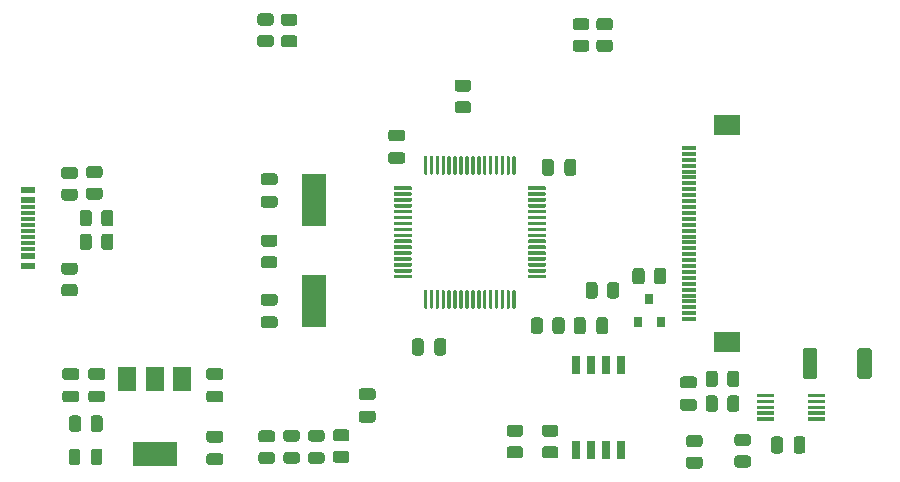
<source format=gbr>
%TF.GenerationSoftware,KiCad,Pcbnew,(5.1.10)-1*%
%TF.CreationDate,2022-05-21T22:50:28+08:00*%
%TF.ProjectId,stm32f103,73746d33-3266-4313-9033-2e6b69636164,rev?*%
%TF.SameCoordinates,Original*%
%TF.FileFunction,Paste,Top*%
%TF.FilePolarity,Positive*%
%FSLAX46Y46*%
G04 Gerber Fmt 4.6, Leading zero omitted, Abs format (unit mm)*
G04 Created by KiCad (PCBNEW (5.1.10)-1) date 2022-05-21 22:50:28*
%MOMM*%
%LPD*%
G01*
G04 APERTURE LIST*
%ADD10R,0.650000X1.650000*%
%ADD11R,1.150000X0.300000*%
%ADD12R,1.150000X0.600000*%
%ADD13R,0.800000X0.900000*%
%ADD14R,2.200000X1.800000*%
%ADD15R,1.300000X0.300000*%
%ADD16R,1.500000X2.000000*%
%ADD17R,3.800000X2.000000*%
%ADD18R,2.000000X4.500000*%
G04 APERTURE END LIST*
D10*
%TO.C,U4*%
X167100000Y-109700000D03*
X168370000Y-109700000D03*
X169640000Y-109700000D03*
X170910000Y-109700000D03*
X170910000Y-116900000D03*
X169640000Y-116900000D03*
X168370000Y-116900000D03*
X167100000Y-116900000D03*
%TD*%
%TO.C,U3*%
G36*
G01*
X186715000Y-112428800D02*
X186715000Y-112171200D01*
G75*
G02*
X186726200Y-112160000I11200J0D01*
G01*
X188173800Y-112160000D01*
G75*
G02*
X188185000Y-112171200I0J-11200D01*
G01*
X188185000Y-112428800D01*
G75*
G02*
X188173800Y-112440000I-11200J0D01*
G01*
X186726200Y-112440000D01*
G75*
G02*
X186715000Y-112428800I0J11200D01*
G01*
G37*
G36*
G01*
X186715000Y-112928800D02*
X186715000Y-112671200D01*
G75*
G02*
X186726200Y-112660000I11200J0D01*
G01*
X188173800Y-112660000D01*
G75*
G02*
X188185000Y-112671200I0J-11200D01*
G01*
X188185000Y-112928800D01*
G75*
G02*
X188173800Y-112940000I-11200J0D01*
G01*
X186726200Y-112940000D01*
G75*
G02*
X186715000Y-112928800I0J11200D01*
G01*
G37*
G36*
G01*
X186715000Y-113428800D02*
X186715000Y-113171200D01*
G75*
G02*
X186726200Y-113160000I11200J0D01*
G01*
X188173800Y-113160000D01*
G75*
G02*
X188185000Y-113171200I0J-11200D01*
G01*
X188185000Y-113428800D01*
G75*
G02*
X188173800Y-113440000I-11200J0D01*
G01*
X186726200Y-113440000D01*
G75*
G02*
X186715000Y-113428800I0J11200D01*
G01*
G37*
G36*
G01*
X186715000Y-113928800D02*
X186715000Y-113671200D01*
G75*
G02*
X186726200Y-113660000I11200J0D01*
G01*
X188173800Y-113660000D01*
G75*
G02*
X188185000Y-113671200I0J-11200D01*
G01*
X188185000Y-113928800D01*
G75*
G02*
X188173800Y-113940000I-11200J0D01*
G01*
X186726200Y-113940000D01*
G75*
G02*
X186715000Y-113928800I0J11200D01*
G01*
G37*
G36*
G01*
X186715000Y-114428800D02*
X186715000Y-114171200D01*
G75*
G02*
X186726200Y-114160000I11200J0D01*
G01*
X188173800Y-114160000D01*
G75*
G02*
X188185000Y-114171200I0J-11200D01*
G01*
X188185000Y-114428800D01*
G75*
G02*
X188173800Y-114440000I-11200J0D01*
G01*
X186726200Y-114440000D01*
G75*
G02*
X186715000Y-114428800I0J11200D01*
G01*
G37*
G36*
G01*
X182415000Y-114428800D02*
X182415000Y-114171200D01*
G75*
G02*
X182426200Y-114160000I11200J0D01*
G01*
X183873800Y-114160000D01*
G75*
G02*
X183885000Y-114171200I0J-11200D01*
G01*
X183885000Y-114428800D01*
G75*
G02*
X183873800Y-114440000I-11200J0D01*
G01*
X182426200Y-114440000D01*
G75*
G02*
X182415000Y-114428800I0J11200D01*
G01*
G37*
G36*
G01*
X182415000Y-113928800D02*
X182415000Y-113671200D01*
G75*
G02*
X182426200Y-113660000I11200J0D01*
G01*
X183873800Y-113660000D01*
G75*
G02*
X183885000Y-113671200I0J-11200D01*
G01*
X183885000Y-113928800D01*
G75*
G02*
X183873800Y-113940000I-11200J0D01*
G01*
X182426200Y-113940000D01*
G75*
G02*
X182415000Y-113928800I0J11200D01*
G01*
G37*
G36*
G01*
X182415000Y-113428800D02*
X182415000Y-113171200D01*
G75*
G02*
X182426200Y-113160000I11200J0D01*
G01*
X183873800Y-113160000D01*
G75*
G02*
X183885000Y-113171200I0J-11200D01*
G01*
X183885000Y-113428800D01*
G75*
G02*
X183873800Y-113440000I-11200J0D01*
G01*
X182426200Y-113440000D01*
G75*
G02*
X182415000Y-113428800I0J11200D01*
G01*
G37*
G36*
G01*
X182415000Y-112928800D02*
X182415000Y-112671200D01*
G75*
G02*
X182426200Y-112660000I11200J0D01*
G01*
X183873800Y-112660000D01*
G75*
G02*
X183885000Y-112671200I0J-11200D01*
G01*
X183885000Y-112928800D01*
G75*
G02*
X183873800Y-112940000I-11200J0D01*
G01*
X182426200Y-112940000D01*
G75*
G02*
X182415000Y-112928800I0J11200D01*
G01*
G37*
G36*
G01*
X182415000Y-112428800D02*
X182415000Y-112171200D01*
G75*
G02*
X182426200Y-112160000I11200J0D01*
G01*
X183873800Y-112160000D01*
G75*
G02*
X183885000Y-112171200I0J-11200D01*
G01*
X183885000Y-112428800D01*
G75*
G02*
X183873800Y-112440000I-11200J0D01*
G01*
X182426200Y-112440000D01*
G75*
G02*
X182415000Y-112428800I0J11200D01*
G01*
G37*
%TD*%
D11*
%TO.C,J3*%
X120705000Y-96370000D03*
X120705000Y-96870000D03*
X120705000Y-97370000D03*
X120705000Y-99870000D03*
X120705000Y-99370000D03*
X120705000Y-98870000D03*
X120705000Y-97870000D03*
X120705000Y-98370000D03*
D12*
X120705000Y-100520000D03*
X120705000Y-95720000D03*
X120705000Y-101320000D03*
X120705000Y-94920000D03*
%TD*%
%TO.C,R15*%
G36*
G01*
X190900000Y-110675001D02*
X190900000Y-108524999D01*
G75*
G02*
X191149999Y-108275000I249999J0D01*
G01*
X191875001Y-108275000D01*
G75*
G02*
X192125000Y-108524999I0J-249999D01*
G01*
X192125000Y-110675001D01*
G75*
G02*
X191875001Y-110925000I-249999J0D01*
G01*
X191149999Y-110925000D01*
G75*
G02*
X190900000Y-110675001I0J249999D01*
G01*
G37*
G36*
G01*
X186275000Y-110675001D02*
X186275000Y-108524999D01*
G75*
G02*
X186524999Y-108275000I249999J0D01*
G01*
X187250001Y-108275000D01*
G75*
G02*
X187500000Y-108524999I0J-249999D01*
G01*
X187500000Y-110675001D01*
G75*
G02*
X187250001Y-110925000I-249999J0D01*
G01*
X186524999Y-110925000D01*
G75*
G02*
X186275000Y-110675001I0J249999D01*
G01*
G37*
%TD*%
D13*
%TO.C,Q1*%
X173300000Y-104100000D03*
X174250000Y-106100000D03*
X172350000Y-106100000D03*
%TD*%
%TO.C,U2*%
G36*
G01*
X151650000Y-94825000D02*
X151650000Y-94675000D01*
G75*
G02*
X151725000Y-94600000I75000J0D01*
G01*
X153125000Y-94600000D01*
G75*
G02*
X153200000Y-94675000I0J-75000D01*
G01*
X153200000Y-94825000D01*
G75*
G02*
X153125000Y-94900000I-75000J0D01*
G01*
X151725000Y-94900000D01*
G75*
G02*
X151650000Y-94825000I0J75000D01*
G01*
G37*
G36*
G01*
X151650000Y-95325000D02*
X151650000Y-95175000D01*
G75*
G02*
X151725000Y-95100000I75000J0D01*
G01*
X153125000Y-95100000D01*
G75*
G02*
X153200000Y-95175000I0J-75000D01*
G01*
X153200000Y-95325000D01*
G75*
G02*
X153125000Y-95400000I-75000J0D01*
G01*
X151725000Y-95400000D01*
G75*
G02*
X151650000Y-95325000I0J75000D01*
G01*
G37*
G36*
G01*
X151650000Y-95825000D02*
X151650000Y-95675000D01*
G75*
G02*
X151725000Y-95600000I75000J0D01*
G01*
X153125000Y-95600000D01*
G75*
G02*
X153200000Y-95675000I0J-75000D01*
G01*
X153200000Y-95825000D01*
G75*
G02*
X153125000Y-95900000I-75000J0D01*
G01*
X151725000Y-95900000D01*
G75*
G02*
X151650000Y-95825000I0J75000D01*
G01*
G37*
G36*
G01*
X151650000Y-96325000D02*
X151650000Y-96175000D01*
G75*
G02*
X151725000Y-96100000I75000J0D01*
G01*
X153125000Y-96100000D01*
G75*
G02*
X153200000Y-96175000I0J-75000D01*
G01*
X153200000Y-96325000D01*
G75*
G02*
X153125000Y-96400000I-75000J0D01*
G01*
X151725000Y-96400000D01*
G75*
G02*
X151650000Y-96325000I0J75000D01*
G01*
G37*
G36*
G01*
X151650000Y-96825000D02*
X151650000Y-96675000D01*
G75*
G02*
X151725000Y-96600000I75000J0D01*
G01*
X153125000Y-96600000D01*
G75*
G02*
X153200000Y-96675000I0J-75000D01*
G01*
X153200000Y-96825000D01*
G75*
G02*
X153125000Y-96900000I-75000J0D01*
G01*
X151725000Y-96900000D01*
G75*
G02*
X151650000Y-96825000I0J75000D01*
G01*
G37*
G36*
G01*
X151650000Y-97325000D02*
X151650000Y-97175000D01*
G75*
G02*
X151725000Y-97100000I75000J0D01*
G01*
X153125000Y-97100000D01*
G75*
G02*
X153200000Y-97175000I0J-75000D01*
G01*
X153200000Y-97325000D01*
G75*
G02*
X153125000Y-97400000I-75000J0D01*
G01*
X151725000Y-97400000D01*
G75*
G02*
X151650000Y-97325000I0J75000D01*
G01*
G37*
G36*
G01*
X151650000Y-97825000D02*
X151650000Y-97675000D01*
G75*
G02*
X151725000Y-97600000I75000J0D01*
G01*
X153125000Y-97600000D01*
G75*
G02*
X153200000Y-97675000I0J-75000D01*
G01*
X153200000Y-97825000D01*
G75*
G02*
X153125000Y-97900000I-75000J0D01*
G01*
X151725000Y-97900000D01*
G75*
G02*
X151650000Y-97825000I0J75000D01*
G01*
G37*
G36*
G01*
X151650000Y-98325000D02*
X151650000Y-98175000D01*
G75*
G02*
X151725000Y-98100000I75000J0D01*
G01*
X153125000Y-98100000D01*
G75*
G02*
X153200000Y-98175000I0J-75000D01*
G01*
X153200000Y-98325000D01*
G75*
G02*
X153125000Y-98400000I-75000J0D01*
G01*
X151725000Y-98400000D01*
G75*
G02*
X151650000Y-98325000I0J75000D01*
G01*
G37*
G36*
G01*
X151650000Y-98825000D02*
X151650000Y-98675000D01*
G75*
G02*
X151725000Y-98600000I75000J0D01*
G01*
X153125000Y-98600000D01*
G75*
G02*
X153200000Y-98675000I0J-75000D01*
G01*
X153200000Y-98825000D01*
G75*
G02*
X153125000Y-98900000I-75000J0D01*
G01*
X151725000Y-98900000D01*
G75*
G02*
X151650000Y-98825000I0J75000D01*
G01*
G37*
G36*
G01*
X151650000Y-99325000D02*
X151650000Y-99175000D01*
G75*
G02*
X151725000Y-99100000I75000J0D01*
G01*
X153125000Y-99100000D01*
G75*
G02*
X153200000Y-99175000I0J-75000D01*
G01*
X153200000Y-99325000D01*
G75*
G02*
X153125000Y-99400000I-75000J0D01*
G01*
X151725000Y-99400000D01*
G75*
G02*
X151650000Y-99325000I0J75000D01*
G01*
G37*
G36*
G01*
X151650000Y-99825000D02*
X151650000Y-99675000D01*
G75*
G02*
X151725000Y-99600000I75000J0D01*
G01*
X153125000Y-99600000D01*
G75*
G02*
X153200000Y-99675000I0J-75000D01*
G01*
X153200000Y-99825000D01*
G75*
G02*
X153125000Y-99900000I-75000J0D01*
G01*
X151725000Y-99900000D01*
G75*
G02*
X151650000Y-99825000I0J75000D01*
G01*
G37*
G36*
G01*
X151650000Y-100325000D02*
X151650000Y-100175000D01*
G75*
G02*
X151725000Y-100100000I75000J0D01*
G01*
X153125000Y-100100000D01*
G75*
G02*
X153200000Y-100175000I0J-75000D01*
G01*
X153200000Y-100325000D01*
G75*
G02*
X153125000Y-100400000I-75000J0D01*
G01*
X151725000Y-100400000D01*
G75*
G02*
X151650000Y-100325000I0J75000D01*
G01*
G37*
G36*
G01*
X151650000Y-100825000D02*
X151650000Y-100675000D01*
G75*
G02*
X151725000Y-100600000I75000J0D01*
G01*
X153125000Y-100600000D01*
G75*
G02*
X153200000Y-100675000I0J-75000D01*
G01*
X153200000Y-100825000D01*
G75*
G02*
X153125000Y-100900000I-75000J0D01*
G01*
X151725000Y-100900000D01*
G75*
G02*
X151650000Y-100825000I0J75000D01*
G01*
G37*
G36*
G01*
X151650000Y-101325000D02*
X151650000Y-101175000D01*
G75*
G02*
X151725000Y-101100000I75000J0D01*
G01*
X153125000Y-101100000D01*
G75*
G02*
X153200000Y-101175000I0J-75000D01*
G01*
X153200000Y-101325000D01*
G75*
G02*
X153125000Y-101400000I-75000J0D01*
G01*
X151725000Y-101400000D01*
G75*
G02*
X151650000Y-101325000I0J75000D01*
G01*
G37*
G36*
G01*
X151650000Y-101825000D02*
X151650000Y-101675000D01*
G75*
G02*
X151725000Y-101600000I75000J0D01*
G01*
X153125000Y-101600000D01*
G75*
G02*
X153200000Y-101675000I0J-75000D01*
G01*
X153200000Y-101825000D01*
G75*
G02*
X153125000Y-101900000I-75000J0D01*
G01*
X151725000Y-101900000D01*
G75*
G02*
X151650000Y-101825000I0J75000D01*
G01*
G37*
G36*
G01*
X151650000Y-102325000D02*
X151650000Y-102175000D01*
G75*
G02*
X151725000Y-102100000I75000J0D01*
G01*
X153125000Y-102100000D01*
G75*
G02*
X153200000Y-102175000I0J-75000D01*
G01*
X153200000Y-102325000D01*
G75*
G02*
X153125000Y-102400000I-75000J0D01*
G01*
X151725000Y-102400000D01*
G75*
G02*
X151650000Y-102325000I0J75000D01*
G01*
G37*
G36*
G01*
X154200000Y-104875000D02*
X154200000Y-103475000D01*
G75*
G02*
X154275000Y-103400000I75000J0D01*
G01*
X154425000Y-103400000D01*
G75*
G02*
X154500000Y-103475000I0J-75000D01*
G01*
X154500000Y-104875000D01*
G75*
G02*
X154425000Y-104950000I-75000J0D01*
G01*
X154275000Y-104950000D01*
G75*
G02*
X154200000Y-104875000I0J75000D01*
G01*
G37*
G36*
G01*
X154700000Y-104875000D02*
X154700000Y-103475000D01*
G75*
G02*
X154775000Y-103400000I75000J0D01*
G01*
X154925000Y-103400000D01*
G75*
G02*
X155000000Y-103475000I0J-75000D01*
G01*
X155000000Y-104875000D01*
G75*
G02*
X154925000Y-104950000I-75000J0D01*
G01*
X154775000Y-104950000D01*
G75*
G02*
X154700000Y-104875000I0J75000D01*
G01*
G37*
G36*
G01*
X155200000Y-104875000D02*
X155200000Y-103475000D01*
G75*
G02*
X155275000Y-103400000I75000J0D01*
G01*
X155425000Y-103400000D01*
G75*
G02*
X155500000Y-103475000I0J-75000D01*
G01*
X155500000Y-104875000D01*
G75*
G02*
X155425000Y-104950000I-75000J0D01*
G01*
X155275000Y-104950000D01*
G75*
G02*
X155200000Y-104875000I0J75000D01*
G01*
G37*
G36*
G01*
X155700000Y-104875000D02*
X155700000Y-103475000D01*
G75*
G02*
X155775000Y-103400000I75000J0D01*
G01*
X155925000Y-103400000D01*
G75*
G02*
X156000000Y-103475000I0J-75000D01*
G01*
X156000000Y-104875000D01*
G75*
G02*
X155925000Y-104950000I-75000J0D01*
G01*
X155775000Y-104950000D01*
G75*
G02*
X155700000Y-104875000I0J75000D01*
G01*
G37*
G36*
G01*
X156200000Y-104875000D02*
X156200000Y-103475000D01*
G75*
G02*
X156275000Y-103400000I75000J0D01*
G01*
X156425000Y-103400000D01*
G75*
G02*
X156500000Y-103475000I0J-75000D01*
G01*
X156500000Y-104875000D01*
G75*
G02*
X156425000Y-104950000I-75000J0D01*
G01*
X156275000Y-104950000D01*
G75*
G02*
X156200000Y-104875000I0J75000D01*
G01*
G37*
G36*
G01*
X156700000Y-104875000D02*
X156700000Y-103475000D01*
G75*
G02*
X156775000Y-103400000I75000J0D01*
G01*
X156925000Y-103400000D01*
G75*
G02*
X157000000Y-103475000I0J-75000D01*
G01*
X157000000Y-104875000D01*
G75*
G02*
X156925000Y-104950000I-75000J0D01*
G01*
X156775000Y-104950000D01*
G75*
G02*
X156700000Y-104875000I0J75000D01*
G01*
G37*
G36*
G01*
X157200000Y-104875000D02*
X157200000Y-103475000D01*
G75*
G02*
X157275000Y-103400000I75000J0D01*
G01*
X157425000Y-103400000D01*
G75*
G02*
X157500000Y-103475000I0J-75000D01*
G01*
X157500000Y-104875000D01*
G75*
G02*
X157425000Y-104950000I-75000J0D01*
G01*
X157275000Y-104950000D01*
G75*
G02*
X157200000Y-104875000I0J75000D01*
G01*
G37*
G36*
G01*
X157700000Y-104875000D02*
X157700000Y-103475000D01*
G75*
G02*
X157775000Y-103400000I75000J0D01*
G01*
X157925000Y-103400000D01*
G75*
G02*
X158000000Y-103475000I0J-75000D01*
G01*
X158000000Y-104875000D01*
G75*
G02*
X157925000Y-104950000I-75000J0D01*
G01*
X157775000Y-104950000D01*
G75*
G02*
X157700000Y-104875000I0J75000D01*
G01*
G37*
G36*
G01*
X158200000Y-104875000D02*
X158200000Y-103475000D01*
G75*
G02*
X158275000Y-103400000I75000J0D01*
G01*
X158425000Y-103400000D01*
G75*
G02*
X158500000Y-103475000I0J-75000D01*
G01*
X158500000Y-104875000D01*
G75*
G02*
X158425000Y-104950000I-75000J0D01*
G01*
X158275000Y-104950000D01*
G75*
G02*
X158200000Y-104875000I0J75000D01*
G01*
G37*
G36*
G01*
X158700000Y-104875000D02*
X158700000Y-103475000D01*
G75*
G02*
X158775000Y-103400000I75000J0D01*
G01*
X158925000Y-103400000D01*
G75*
G02*
X159000000Y-103475000I0J-75000D01*
G01*
X159000000Y-104875000D01*
G75*
G02*
X158925000Y-104950000I-75000J0D01*
G01*
X158775000Y-104950000D01*
G75*
G02*
X158700000Y-104875000I0J75000D01*
G01*
G37*
G36*
G01*
X159200000Y-104875000D02*
X159200000Y-103475000D01*
G75*
G02*
X159275000Y-103400000I75000J0D01*
G01*
X159425000Y-103400000D01*
G75*
G02*
X159500000Y-103475000I0J-75000D01*
G01*
X159500000Y-104875000D01*
G75*
G02*
X159425000Y-104950000I-75000J0D01*
G01*
X159275000Y-104950000D01*
G75*
G02*
X159200000Y-104875000I0J75000D01*
G01*
G37*
G36*
G01*
X159700000Y-104875000D02*
X159700000Y-103475000D01*
G75*
G02*
X159775000Y-103400000I75000J0D01*
G01*
X159925000Y-103400000D01*
G75*
G02*
X160000000Y-103475000I0J-75000D01*
G01*
X160000000Y-104875000D01*
G75*
G02*
X159925000Y-104950000I-75000J0D01*
G01*
X159775000Y-104950000D01*
G75*
G02*
X159700000Y-104875000I0J75000D01*
G01*
G37*
G36*
G01*
X160200000Y-104875000D02*
X160200000Y-103475000D01*
G75*
G02*
X160275000Y-103400000I75000J0D01*
G01*
X160425000Y-103400000D01*
G75*
G02*
X160500000Y-103475000I0J-75000D01*
G01*
X160500000Y-104875000D01*
G75*
G02*
X160425000Y-104950000I-75000J0D01*
G01*
X160275000Y-104950000D01*
G75*
G02*
X160200000Y-104875000I0J75000D01*
G01*
G37*
G36*
G01*
X160700000Y-104875000D02*
X160700000Y-103475000D01*
G75*
G02*
X160775000Y-103400000I75000J0D01*
G01*
X160925000Y-103400000D01*
G75*
G02*
X161000000Y-103475000I0J-75000D01*
G01*
X161000000Y-104875000D01*
G75*
G02*
X160925000Y-104950000I-75000J0D01*
G01*
X160775000Y-104950000D01*
G75*
G02*
X160700000Y-104875000I0J75000D01*
G01*
G37*
G36*
G01*
X161200000Y-104875000D02*
X161200000Y-103475000D01*
G75*
G02*
X161275000Y-103400000I75000J0D01*
G01*
X161425000Y-103400000D01*
G75*
G02*
X161500000Y-103475000I0J-75000D01*
G01*
X161500000Y-104875000D01*
G75*
G02*
X161425000Y-104950000I-75000J0D01*
G01*
X161275000Y-104950000D01*
G75*
G02*
X161200000Y-104875000I0J75000D01*
G01*
G37*
G36*
G01*
X161700000Y-104875000D02*
X161700000Y-103475000D01*
G75*
G02*
X161775000Y-103400000I75000J0D01*
G01*
X161925000Y-103400000D01*
G75*
G02*
X162000000Y-103475000I0J-75000D01*
G01*
X162000000Y-104875000D01*
G75*
G02*
X161925000Y-104950000I-75000J0D01*
G01*
X161775000Y-104950000D01*
G75*
G02*
X161700000Y-104875000I0J75000D01*
G01*
G37*
G36*
G01*
X163000000Y-102325000D02*
X163000000Y-102175000D01*
G75*
G02*
X163075000Y-102100000I75000J0D01*
G01*
X164475000Y-102100000D01*
G75*
G02*
X164550000Y-102175000I0J-75000D01*
G01*
X164550000Y-102325000D01*
G75*
G02*
X164475000Y-102400000I-75000J0D01*
G01*
X163075000Y-102400000D01*
G75*
G02*
X163000000Y-102325000I0J75000D01*
G01*
G37*
G36*
G01*
X163000000Y-101825000D02*
X163000000Y-101675000D01*
G75*
G02*
X163075000Y-101600000I75000J0D01*
G01*
X164475000Y-101600000D01*
G75*
G02*
X164550000Y-101675000I0J-75000D01*
G01*
X164550000Y-101825000D01*
G75*
G02*
X164475000Y-101900000I-75000J0D01*
G01*
X163075000Y-101900000D01*
G75*
G02*
X163000000Y-101825000I0J75000D01*
G01*
G37*
G36*
G01*
X163000000Y-101325000D02*
X163000000Y-101175000D01*
G75*
G02*
X163075000Y-101100000I75000J0D01*
G01*
X164475000Y-101100000D01*
G75*
G02*
X164550000Y-101175000I0J-75000D01*
G01*
X164550000Y-101325000D01*
G75*
G02*
X164475000Y-101400000I-75000J0D01*
G01*
X163075000Y-101400000D01*
G75*
G02*
X163000000Y-101325000I0J75000D01*
G01*
G37*
G36*
G01*
X163000000Y-100825000D02*
X163000000Y-100675000D01*
G75*
G02*
X163075000Y-100600000I75000J0D01*
G01*
X164475000Y-100600000D01*
G75*
G02*
X164550000Y-100675000I0J-75000D01*
G01*
X164550000Y-100825000D01*
G75*
G02*
X164475000Y-100900000I-75000J0D01*
G01*
X163075000Y-100900000D01*
G75*
G02*
X163000000Y-100825000I0J75000D01*
G01*
G37*
G36*
G01*
X163000000Y-100325000D02*
X163000000Y-100175000D01*
G75*
G02*
X163075000Y-100100000I75000J0D01*
G01*
X164475000Y-100100000D01*
G75*
G02*
X164550000Y-100175000I0J-75000D01*
G01*
X164550000Y-100325000D01*
G75*
G02*
X164475000Y-100400000I-75000J0D01*
G01*
X163075000Y-100400000D01*
G75*
G02*
X163000000Y-100325000I0J75000D01*
G01*
G37*
G36*
G01*
X163000000Y-99825000D02*
X163000000Y-99675000D01*
G75*
G02*
X163075000Y-99600000I75000J0D01*
G01*
X164475000Y-99600000D01*
G75*
G02*
X164550000Y-99675000I0J-75000D01*
G01*
X164550000Y-99825000D01*
G75*
G02*
X164475000Y-99900000I-75000J0D01*
G01*
X163075000Y-99900000D01*
G75*
G02*
X163000000Y-99825000I0J75000D01*
G01*
G37*
G36*
G01*
X163000000Y-99325000D02*
X163000000Y-99175000D01*
G75*
G02*
X163075000Y-99100000I75000J0D01*
G01*
X164475000Y-99100000D01*
G75*
G02*
X164550000Y-99175000I0J-75000D01*
G01*
X164550000Y-99325000D01*
G75*
G02*
X164475000Y-99400000I-75000J0D01*
G01*
X163075000Y-99400000D01*
G75*
G02*
X163000000Y-99325000I0J75000D01*
G01*
G37*
G36*
G01*
X163000000Y-98825000D02*
X163000000Y-98675000D01*
G75*
G02*
X163075000Y-98600000I75000J0D01*
G01*
X164475000Y-98600000D01*
G75*
G02*
X164550000Y-98675000I0J-75000D01*
G01*
X164550000Y-98825000D01*
G75*
G02*
X164475000Y-98900000I-75000J0D01*
G01*
X163075000Y-98900000D01*
G75*
G02*
X163000000Y-98825000I0J75000D01*
G01*
G37*
G36*
G01*
X163000000Y-98325000D02*
X163000000Y-98175000D01*
G75*
G02*
X163075000Y-98100000I75000J0D01*
G01*
X164475000Y-98100000D01*
G75*
G02*
X164550000Y-98175000I0J-75000D01*
G01*
X164550000Y-98325000D01*
G75*
G02*
X164475000Y-98400000I-75000J0D01*
G01*
X163075000Y-98400000D01*
G75*
G02*
X163000000Y-98325000I0J75000D01*
G01*
G37*
G36*
G01*
X163000000Y-97825000D02*
X163000000Y-97675000D01*
G75*
G02*
X163075000Y-97600000I75000J0D01*
G01*
X164475000Y-97600000D01*
G75*
G02*
X164550000Y-97675000I0J-75000D01*
G01*
X164550000Y-97825000D01*
G75*
G02*
X164475000Y-97900000I-75000J0D01*
G01*
X163075000Y-97900000D01*
G75*
G02*
X163000000Y-97825000I0J75000D01*
G01*
G37*
G36*
G01*
X163000000Y-97325000D02*
X163000000Y-97175000D01*
G75*
G02*
X163075000Y-97100000I75000J0D01*
G01*
X164475000Y-97100000D01*
G75*
G02*
X164550000Y-97175000I0J-75000D01*
G01*
X164550000Y-97325000D01*
G75*
G02*
X164475000Y-97400000I-75000J0D01*
G01*
X163075000Y-97400000D01*
G75*
G02*
X163000000Y-97325000I0J75000D01*
G01*
G37*
G36*
G01*
X163000000Y-96825000D02*
X163000000Y-96675000D01*
G75*
G02*
X163075000Y-96600000I75000J0D01*
G01*
X164475000Y-96600000D01*
G75*
G02*
X164550000Y-96675000I0J-75000D01*
G01*
X164550000Y-96825000D01*
G75*
G02*
X164475000Y-96900000I-75000J0D01*
G01*
X163075000Y-96900000D01*
G75*
G02*
X163000000Y-96825000I0J75000D01*
G01*
G37*
G36*
G01*
X163000000Y-96325000D02*
X163000000Y-96175000D01*
G75*
G02*
X163075000Y-96100000I75000J0D01*
G01*
X164475000Y-96100000D01*
G75*
G02*
X164550000Y-96175000I0J-75000D01*
G01*
X164550000Y-96325000D01*
G75*
G02*
X164475000Y-96400000I-75000J0D01*
G01*
X163075000Y-96400000D01*
G75*
G02*
X163000000Y-96325000I0J75000D01*
G01*
G37*
G36*
G01*
X163000000Y-95825000D02*
X163000000Y-95675000D01*
G75*
G02*
X163075000Y-95600000I75000J0D01*
G01*
X164475000Y-95600000D01*
G75*
G02*
X164550000Y-95675000I0J-75000D01*
G01*
X164550000Y-95825000D01*
G75*
G02*
X164475000Y-95900000I-75000J0D01*
G01*
X163075000Y-95900000D01*
G75*
G02*
X163000000Y-95825000I0J75000D01*
G01*
G37*
G36*
G01*
X163000000Y-95325000D02*
X163000000Y-95175000D01*
G75*
G02*
X163075000Y-95100000I75000J0D01*
G01*
X164475000Y-95100000D01*
G75*
G02*
X164550000Y-95175000I0J-75000D01*
G01*
X164550000Y-95325000D01*
G75*
G02*
X164475000Y-95400000I-75000J0D01*
G01*
X163075000Y-95400000D01*
G75*
G02*
X163000000Y-95325000I0J75000D01*
G01*
G37*
G36*
G01*
X163000000Y-94825000D02*
X163000000Y-94675000D01*
G75*
G02*
X163075000Y-94600000I75000J0D01*
G01*
X164475000Y-94600000D01*
G75*
G02*
X164550000Y-94675000I0J-75000D01*
G01*
X164550000Y-94825000D01*
G75*
G02*
X164475000Y-94900000I-75000J0D01*
G01*
X163075000Y-94900000D01*
G75*
G02*
X163000000Y-94825000I0J75000D01*
G01*
G37*
G36*
G01*
X161700000Y-93525000D02*
X161700000Y-92125000D01*
G75*
G02*
X161775000Y-92050000I75000J0D01*
G01*
X161925000Y-92050000D01*
G75*
G02*
X162000000Y-92125000I0J-75000D01*
G01*
X162000000Y-93525000D01*
G75*
G02*
X161925000Y-93600000I-75000J0D01*
G01*
X161775000Y-93600000D01*
G75*
G02*
X161700000Y-93525000I0J75000D01*
G01*
G37*
G36*
G01*
X161200000Y-93525000D02*
X161200000Y-92125000D01*
G75*
G02*
X161275000Y-92050000I75000J0D01*
G01*
X161425000Y-92050000D01*
G75*
G02*
X161500000Y-92125000I0J-75000D01*
G01*
X161500000Y-93525000D01*
G75*
G02*
X161425000Y-93600000I-75000J0D01*
G01*
X161275000Y-93600000D01*
G75*
G02*
X161200000Y-93525000I0J75000D01*
G01*
G37*
G36*
G01*
X160700000Y-93525000D02*
X160700000Y-92125000D01*
G75*
G02*
X160775000Y-92050000I75000J0D01*
G01*
X160925000Y-92050000D01*
G75*
G02*
X161000000Y-92125000I0J-75000D01*
G01*
X161000000Y-93525000D01*
G75*
G02*
X160925000Y-93600000I-75000J0D01*
G01*
X160775000Y-93600000D01*
G75*
G02*
X160700000Y-93525000I0J75000D01*
G01*
G37*
G36*
G01*
X160200000Y-93525000D02*
X160200000Y-92125000D01*
G75*
G02*
X160275000Y-92050000I75000J0D01*
G01*
X160425000Y-92050000D01*
G75*
G02*
X160500000Y-92125000I0J-75000D01*
G01*
X160500000Y-93525000D01*
G75*
G02*
X160425000Y-93600000I-75000J0D01*
G01*
X160275000Y-93600000D01*
G75*
G02*
X160200000Y-93525000I0J75000D01*
G01*
G37*
G36*
G01*
X159700000Y-93525000D02*
X159700000Y-92125000D01*
G75*
G02*
X159775000Y-92050000I75000J0D01*
G01*
X159925000Y-92050000D01*
G75*
G02*
X160000000Y-92125000I0J-75000D01*
G01*
X160000000Y-93525000D01*
G75*
G02*
X159925000Y-93600000I-75000J0D01*
G01*
X159775000Y-93600000D01*
G75*
G02*
X159700000Y-93525000I0J75000D01*
G01*
G37*
G36*
G01*
X159200000Y-93525000D02*
X159200000Y-92125000D01*
G75*
G02*
X159275000Y-92050000I75000J0D01*
G01*
X159425000Y-92050000D01*
G75*
G02*
X159500000Y-92125000I0J-75000D01*
G01*
X159500000Y-93525000D01*
G75*
G02*
X159425000Y-93600000I-75000J0D01*
G01*
X159275000Y-93600000D01*
G75*
G02*
X159200000Y-93525000I0J75000D01*
G01*
G37*
G36*
G01*
X158700000Y-93525000D02*
X158700000Y-92125000D01*
G75*
G02*
X158775000Y-92050000I75000J0D01*
G01*
X158925000Y-92050000D01*
G75*
G02*
X159000000Y-92125000I0J-75000D01*
G01*
X159000000Y-93525000D01*
G75*
G02*
X158925000Y-93600000I-75000J0D01*
G01*
X158775000Y-93600000D01*
G75*
G02*
X158700000Y-93525000I0J75000D01*
G01*
G37*
G36*
G01*
X158200000Y-93525000D02*
X158200000Y-92125000D01*
G75*
G02*
X158275000Y-92050000I75000J0D01*
G01*
X158425000Y-92050000D01*
G75*
G02*
X158500000Y-92125000I0J-75000D01*
G01*
X158500000Y-93525000D01*
G75*
G02*
X158425000Y-93600000I-75000J0D01*
G01*
X158275000Y-93600000D01*
G75*
G02*
X158200000Y-93525000I0J75000D01*
G01*
G37*
G36*
G01*
X157700000Y-93525000D02*
X157700000Y-92125000D01*
G75*
G02*
X157775000Y-92050000I75000J0D01*
G01*
X157925000Y-92050000D01*
G75*
G02*
X158000000Y-92125000I0J-75000D01*
G01*
X158000000Y-93525000D01*
G75*
G02*
X157925000Y-93600000I-75000J0D01*
G01*
X157775000Y-93600000D01*
G75*
G02*
X157700000Y-93525000I0J75000D01*
G01*
G37*
G36*
G01*
X157200000Y-93525000D02*
X157200000Y-92125000D01*
G75*
G02*
X157275000Y-92050000I75000J0D01*
G01*
X157425000Y-92050000D01*
G75*
G02*
X157500000Y-92125000I0J-75000D01*
G01*
X157500000Y-93525000D01*
G75*
G02*
X157425000Y-93600000I-75000J0D01*
G01*
X157275000Y-93600000D01*
G75*
G02*
X157200000Y-93525000I0J75000D01*
G01*
G37*
G36*
G01*
X156700000Y-93525000D02*
X156700000Y-92125000D01*
G75*
G02*
X156775000Y-92050000I75000J0D01*
G01*
X156925000Y-92050000D01*
G75*
G02*
X157000000Y-92125000I0J-75000D01*
G01*
X157000000Y-93525000D01*
G75*
G02*
X156925000Y-93600000I-75000J0D01*
G01*
X156775000Y-93600000D01*
G75*
G02*
X156700000Y-93525000I0J75000D01*
G01*
G37*
G36*
G01*
X156200000Y-93525000D02*
X156200000Y-92125000D01*
G75*
G02*
X156275000Y-92050000I75000J0D01*
G01*
X156425000Y-92050000D01*
G75*
G02*
X156500000Y-92125000I0J-75000D01*
G01*
X156500000Y-93525000D01*
G75*
G02*
X156425000Y-93600000I-75000J0D01*
G01*
X156275000Y-93600000D01*
G75*
G02*
X156200000Y-93525000I0J75000D01*
G01*
G37*
G36*
G01*
X155700000Y-93525000D02*
X155700000Y-92125000D01*
G75*
G02*
X155775000Y-92050000I75000J0D01*
G01*
X155925000Y-92050000D01*
G75*
G02*
X156000000Y-92125000I0J-75000D01*
G01*
X156000000Y-93525000D01*
G75*
G02*
X155925000Y-93600000I-75000J0D01*
G01*
X155775000Y-93600000D01*
G75*
G02*
X155700000Y-93525000I0J75000D01*
G01*
G37*
G36*
G01*
X155200000Y-93525000D02*
X155200000Y-92125000D01*
G75*
G02*
X155275000Y-92050000I75000J0D01*
G01*
X155425000Y-92050000D01*
G75*
G02*
X155500000Y-92125000I0J-75000D01*
G01*
X155500000Y-93525000D01*
G75*
G02*
X155425000Y-93600000I-75000J0D01*
G01*
X155275000Y-93600000D01*
G75*
G02*
X155200000Y-93525000I0J75000D01*
G01*
G37*
G36*
G01*
X154700000Y-93525000D02*
X154700000Y-92125000D01*
G75*
G02*
X154775000Y-92050000I75000J0D01*
G01*
X154925000Y-92050000D01*
G75*
G02*
X155000000Y-92125000I0J-75000D01*
G01*
X155000000Y-93525000D01*
G75*
G02*
X154925000Y-93600000I-75000J0D01*
G01*
X154775000Y-93600000D01*
G75*
G02*
X154700000Y-93525000I0J75000D01*
G01*
G37*
G36*
G01*
X154200000Y-93525000D02*
X154200000Y-92125000D01*
G75*
G02*
X154275000Y-92050000I75000J0D01*
G01*
X154425000Y-92050000D01*
G75*
G02*
X154500000Y-92125000I0J-75000D01*
G01*
X154500000Y-93525000D01*
G75*
G02*
X154425000Y-93600000I-75000J0D01*
G01*
X154275000Y-93600000D01*
G75*
G02*
X154200000Y-93525000I0J75000D01*
G01*
G37*
%TD*%
D14*
%TO.C,J4*%
X179900000Y-89450000D03*
X179900000Y-107750000D03*
D15*
X176650000Y-105850000D03*
X176650000Y-105350000D03*
X176650000Y-104850000D03*
X176650000Y-104350000D03*
X176650000Y-103850000D03*
X176650000Y-103350000D03*
X176650000Y-102850000D03*
X176650000Y-102350000D03*
X176650000Y-101850000D03*
X176650000Y-101350000D03*
X176650000Y-100850000D03*
X176650000Y-100350000D03*
X176650000Y-99850000D03*
X176650000Y-99350000D03*
X176650000Y-98850000D03*
X176650000Y-98350000D03*
X176650000Y-97850000D03*
X176650000Y-97350000D03*
X176650000Y-96850000D03*
X176650000Y-96350000D03*
X176650000Y-95850000D03*
X176650000Y-95350000D03*
X176650000Y-94850000D03*
X176650000Y-94350000D03*
X176650000Y-93850000D03*
X176650000Y-93350000D03*
X176650000Y-92850000D03*
X176650000Y-92350000D03*
X176650000Y-91850000D03*
X176650000Y-91350000D03*
%TD*%
%TO.C,R11*%
G36*
G01*
X126087500Y-98849998D02*
X126087500Y-99750002D01*
G75*
G02*
X125837502Y-100000000I-249998J0D01*
G01*
X125312498Y-100000000D01*
G75*
G02*
X125062500Y-99750002I0J249998D01*
G01*
X125062500Y-98849998D01*
G75*
G02*
X125312498Y-98600000I249998J0D01*
G01*
X125837502Y-98600000D01*
G75*
G02*
X126087500Y-98849998I0J-249998D01*
G01*
G37*
G36*
G01*
X127912500Y-98849998D02*
X127912500Y-99750002D01*
G75*
G02*
X127662502Y-100000000I-249998J0D01*
G01*
X127137498Y-100000000D01*
G75*
G02*
X126887500Y-99750002I0J249998D01*
G01*
X126887500Y-98849998D01*
G75*
G02*
X127137498Y-98600000I249998J0D01*
G01*
X127662502Y-98600000D01*
G75*
G02*
X127912500Y-98849998I0J-249998D01*
G01*
G37*
%TD*%
%TO.C,R12*%
G36*
G01*
X126087500Y-96849998D02*
X126087500Y-97750002D01*
G75*
G02*
X125837502Y-98000000I-249998J0D01*
G01*
X125312498Y-98000000D01*
G75*
G02*
X125062500Y-97750002I0J249998D01*
G01*
X125062500Y-96849998D01*
G75*
G02*
X125312498Y-96600000I249998J0D01*
G01*
X125837502Y-96600000D01*
G75*
G02*
X126087500Y-96849998I0J-249998D01*
G01*
G37*
G36*
G01*
X127912500Y-96849998D02*
X127912500Y-97750002D01*
G75*
G02*
X127662502Y-98000000I-249998J0D01*
G01*
X127137498Y-98000000D01*
G75*
G02*
X126887500Y-97750002I0J249998D01*
G01*
X126887500Y-96849998D01*
G75*
G02*
X127137498Y-96600000I249998J0D01*
G01*
X127662502Y-96600000D01*
G75*
G02*
X127912500Y-96849998I0J-249998D01*
G01*
G37*
%TD*%
%TO.C,D3*%
G36*
G01*
X144643750Y-115237500D02*
X145556250Y-115237500D01*
G75*
G02*
X145800000Y-115481250I0J-243750D01*
G01*
X145800000Y-115968750D01*
G75*
G02*
X145556250Y-116212500I-243750J0D01*
G01*
X144643750Y-116212500D01*
G75*
G02*
X144400000Y-115968750I0J243750D01*
G01*
X144400000Y-115481250D01*
G75*
G02*
X144643750Y-115237500I243750J0D01*
G01*
G37*
G36*
G01*
X144643750Y-117112500D02*
X145556250Y-117112500D01*
G75*
G02*
X145800000Y-117356250I0J-243750D01*
G01*
X145800000Y-117843750D01*
G75*
G02*
X145556250Y-118087500I-243750J0D01*
G01*
X144643750Y-118087500D01*
G75*
G02*
X144400000Y-117843750I0J243750D01*
G01*
X144400000Y-117356250D01*
G75*
G02*
X144643750Y-117112500I243750J0D01*
G01*
G37*
%TD*%
%TO.C,C1*%
G36*
G01*
X141575000Y-96400000D02*
X140625000Y-96400000D01*
G75*
G02*
X140375000Y-96150000I0J250000D01*
G01*
X140375000Y-95650000D01*
G75*
G02*
X140625000Y-95400000I250000J0D01*
G01*
X141575000Y-95400000D01*
G75*
G02*
X141825000Y-95650000I0J-250000D01*
G01*
X141825000Y-96150000D01*
G75*
G02*
X141575000Y-96400000I-250000J0D01*
G01*
G37*
G36*
G01*
X141575000Y-94500000D02*
X140625000Y-94500000D01*
G75*
G02*
X140375000Y-94250000I0J250000D01*
G01*
X140375000Y-93750000D01*
G75*
G02*
X140625000Y-93500000I250000J0D01*
G01*
X141575000Y-93500000D01*
G75*
G02*
X141825000Y-93750000I0J-250000D01*
G01*
X141825000Y-94250000D01*
G75*
G02*
X141575000Y-94500000I-250000J0D01*
G01*
G37*
%TD*%
%TO.C,C2*%
G36*
G01*
X123825000Y-111900000D02*
X124775000Y-111900000D01*
G75*
G02*
X125025000Y-112150000I0J-250000D01*
G01*
X125025000Y-112650000D01*
G75*
G02*
X124775000Y-112900000I-250000J0D01*
G01*
X123825000Y-112900000D01*
G75*
G02*
X123575000Y-112650000I0J250000D01*
G01*
X123575000Y-112150000D01*
G75*
G02*
X123825000Y-111900000I250000J0D01*
G01*
G37*
G36*
G01*
X123825000Y-110000000D02*
X124775000Y-110000000D01*
G75*
G02*
X125025000Y-110250000I0J-250000D01*
G01*
X125025000Y-110750000D01*
G75*
G02*
X124775000Y-111000000I-250000J0D01*
G01*
X123825000Y-111000000D01*
G75*
G02*
X123575000Y-110750000I0J250000D01*
G01*
X123575000Y-110250000D01*
G75*
G02*
X123825000Y-110000000I250000J0D01*
G01*
G37*
%TD*%
%TO.C,C3*%
G36*
G01*
X148925000Y-113600000D02*
X149875000Y-113600000D01*
G75*
G02*
X150125000Y-113850000I0J-250000D01*
G01*
X150125000Y-114350000D01*
G75*
G02*
X149875000Y-114600000I-250000J0D01*
G01*
X148925000Y-114600000D01*
G75*
G02*
X148675000Y-114350000I0J250000D01*
G01*
X148675000Y-113850000D01*
G75*
G02*
X148925000Y-113600000I250000J0D01*
G01*
G37*
G36*
G01*
X148925000Y-111700000D02*
X149875000Y-111700000D01*
G75*
G02*
X150125000Y-111950000I0J-250000D01*
G01*
X150125000Y-112450000D01*
G75*
G02*
X149875000Y-112700000I-250000J0D01*
G01*
X148925000Y-112700000D01*
G75*
G02*
X148675000Y-112450000I0J250000D01*
G01*
X148675000Y-111950000D01*
G75*
G02*
X148925000Y-111700000I250000J0D01*
G01*
G37*
%TD*%
%TO.C,C4*%
G36*
G01*
X140625000Y-105600000D02*
X141575000Y-105600000D01*
G75*
G02*
X141825000Y-105850000I0J-250000D01*
G01*
X141825000Y-106350000D01*
G75*
G02*
X141575000Y-106600000I-250000J0D01*
G01*
X140625000Y-106600000D01*
G75*
G02*
X140375000Y-106350000I0J250000D01*
G01*
X140375000Y-105850000D01*
G75*
G02*
X140625000Y-105600000I250000J0D01*
G01*
G37*
G36*
G01*
X140625000Y-103700000D02*
X141575000Y-103700000D01*
G75*
G02*
X141825000Y-103950000I0J-250000D01*
G01*
X141825000Y-104450000D01*
G75*
G02*
X141575000Y-104700000I-250000J0D01*
G01*
X140625000Y-104700000D01*
G75*
G02*
X140375000Y-104450000I0J250000D01*
G01*
X140375000Y-103950000D01*
G75*
G02*
X140625000Y-103700000I250000J0D01*
G01*
G37*
%TD*%
%TO.C,C5*%
G36*
G01*
X136975000Y-112900000D02*
X136025000Y-112900000D01*
G75*
G02*
X135775000Y-112650000I0J250000D01*
G01*
X135775000Y-112150000D01*
G75*
G02*
X136025000Y-111900000I250000J0D01*
G01*
X136975000Y-111900000D01*
G75*
G02*
X137225000Y-112150000I0J-250000D01*
G01*
X137225000Y-112650000D01*
G75*
G02*
X136975000Y-112900000I-250000J0D01*
G01*
G37*
G36*
G01*
X136975000Y-111000000D02*
X136025000Y-111000000D01*
G75*
G02*
X135775000Y-110750000I0J250000D01*
G01*
X135775000Y-110250000D01*
G75*
G02*
X136025000Y-110000000I250000J0D01*
G01*
X136975000Y-110000000D01*
G75*
G02*
X137225000Y-110250000I0J-250000D01*
G01*
X137225000Y-110750000D01*
G75*
G02*
X136975000Y-111000000I-250000J0D01*
G01*
G37*
%TD*%
%TO.C,C6*%
G36*
G01*
X166100000Y-93475000D02*
X166100000Y-92525000D01*
G75*
G02*
X166350000Y-92275000I250000J0D01*
G01*
X166850000Y-92275000D01*
G75*
G02*
X167100000Y-92525000I0J-250000D01*
G01*
X167100000Y-93475000D01*
G75*
G02*
X166850000Y-93725000I-250000J0D01*
G01*
X166350000Y-93725000D01*
G75*
G02*
X166100000Y-93475000I0J250000D01*
G01*
G37*
G36*
G01*
X164200000Y-93475000D02*
X164200000Y-92525000D01*
G75*
G02*
X164450000Y-92275000I250000J0D01*
G01*
X164950000Y-92275000D01*
G75*
G02*
X165200000Y-92525000I0J-250000D01*
G01*
X165200000Y-93475000D01*
G75*
G02*
X164950000Y-93725000I-250000J0D01*
G01*
X164450000Y-93725000D01*
G75*
G02*
X164200000Y-93475000I0J250000D01*
G01*
G37*
%TD*%
%TO.C,C7*%
G36*
G01*
X169800000Y-105925000D02*
X169800000Y-106875000D01*
G75*
G02*
X169550000Y-107125000I-250000J0D01*
G01*
X169050000Y-107125000D01*
G75*
G02*
X168800000Y-106875000I0J250000D01*
G01*
X168800000Y-105925000D01*
G75*
G02*
X169050000Y-105675000I250000J0D01*
G01*
X169550000Y-105675000D01*
G75*
G02*
X169800000Y-105925000I0J-250000D01*
G01*
G37*
G36*
G01*
X167900000Y-105925000D02*
X167900000Y-106875000D01*
G75*
G02*
X167650000Y-107125000I-250000J0D01*
G01*
X167150000Y-107125000D01*
G75*
G02*
X166900000Y-106875000I0J250000D01*
G01*
X166900000Y-105925000D01*
G75*
G02*
X167150000Y-105675000I250000J0D01*
G01*
X167650000Y-105675000D01*
G75*
G02*
X167900000Y-105925000I0J-250000D01*
G01*
G37*
%TD*%
%TO.C,C8*%
G36*
G01*
X152375000Y-90800000D02*
X151425000Y-90800000D01*
G75*
G02*
X151175000Y-90550000I0J250000D01*
G01*
X151175000Y-90050000D01*
G75*
G02*
X151425000Y-89800000I250000J0D01*
G01*
X152375000Y-89800000D01*
G75*
G02*
X152625000Y-90050000I0J-250000D01*
G01*
X152625000Y-90550000D01*
G75*
G02*
X152375000Y-90800000I-250000J0D01*
G01*
G37*
G36*
G01*
X152375000Y-92700000D02*
X151425000Y-92700000D01*
G75*
G02*
X151175000Y-92450000I0J250000D01*
G01*
X151175000Y-91950000D01*
G75*
G02*
X151425000Y-91700000I250000J0D01*
G01*
X152375000Y-91700000D01*
G75*
G02*
X152625000Y-91950000I0J-250000D01*
G01*
X152625000Y-92450000D01*
G75*
G02*
X152375000Y-92700000I-250000J0D01*
G01*
G37*
%TD*%
%TO.C,C9*%
G36*
G01*
X156100000Y-107725000D02*
X156100000Y-108675000D01*
G75*
G02*
X155850000Y-108925000I-250000J0D01*
G01*
X155350000Y-108925000D01*
G75*
G02*
X155100000Y-108675000I0J250000D01*
G01*
X155100000Y-107725000D01*
G75*
G02*
X155350000Y-107475000I250000J0D01*
G01*
X155850000Y-107475000D01*
G75*
G02*
X156100000Y-107725000I0J-250000D01*
G01*
G37*
G36*
G01*
X154200000Y-107725000D02*
X154200000Y-108675000D01*
G75*
G02*
X153950000Y-108925000I-250000J0D01*
G01*
X153450000Y-108925000D01*
G75*
G02*
X153200000Y-108675000I0J250000D01*
G01*
X153200000Y-107725000D01*
G75*
G02*
X153450000Y-107475000I250000J0D01*
G01*
X153950000Y-107475000D01*
G75*
G02*
X154200000Y-107725000I0J-250000D01*
G01*
G37*
%TD*%
%TO.C,C10*%
G36*
G01*
X186500000Y-116025000D02*
X186500000Y-116975000D01*
G75*
G02*
X186250000Y-117225000I-250000J0D01*
G01*
X185750000Y-117225000D01*
G75*
G02*
X185500000Y-116975000I0J250000D01*
G01*
X185500000Y-116025000D01*
G75*
G02*
X185750000Y-115775000I250000J0D01*
G01*
X186250000Y-115775000D01*
G75*
G02*
X186500000Y-116025000I0J-250000D01*
G01*
G37*
G36*
G01*
X184600000Y-116025000D02*
X184600000Y-116975000D01*
G75*
G02*
X184350000Y-117225000I-250000J0D01*
G01*
X183850000Y-117225000D01*
G75*
G02*
X183600000Y-116975000I0J250000D01*
G01*
X183600000Y-116025000D01*
G75*
G02*
X183850000Y-115775000I250000J0D01*
G01*
X184350000Y-115775000D01*
G75*
G02*
X184600000Y-116025000I0J-250000D01*
G01*
G37*
%TD*%
%TO.C,C11*%
G36*
G01*
X126025000Y-110000000D02*
X126975000Y-110000000D01*
G75*
G02*
X127225000Y-110250000I0J-250000D01*
G01*
X127225000Y-110750000D01*
G75*
G02*
X126975000Y-111000000I-250000J0D01*
G01*
X126025000Y-111000000D01*
G75*
G02*
X125775000Y-110750000I0J250000D01*
G01*
X125775000Y-110250000D01*
G75*
G02*
X126025000Y-110000000I250000J0D01*
G01*
G37*
G36*
G01*
X126025000Y-111900000D02*
X126975000Y-111900000D01*
G75*
G02*
X127225000Y-112150000I0J-250000D01*
G01*
X127225000Y-112650000D01*
G75*
G02*
X126975000Y-112900000I-250000J0D01*
G01*
X126025000Y-112900000D01*
G75*
G02*
X125775000Y-112650000I0J250000D01*
G01*
X125775000Y-112150000D01*
G75*
G02*
X126025000Y-111900000I250000J0D01*
G01*
G37*
%TD*%
%TO.C,C12*%
G36*
G01*
X136975000Y-116300000D02*
X136025000Y-116300000D01*
G75*
G02*
X135775000Y-116050000I0J250000D01*
G01*
X135775000Y-115550000D01*
G75*
G02*
X136025000Y-115300000I250000J0D01*
G01*
X136975000Y-115300000D01*
G75*
G02*
X137225000Y-115550000I0J-250000D01*
G01*
X137225000Y-116050000D01*
G75*
G02*
X136975000Y-116300000I-250000J0D01*
G01*
G37*
G36*
G01*
X136975000Y-118200000D02*
X136025000Y-118200000D01*
G75*
G02*
X135775000Y-117950000I0J250000D01*
G01*
X135775000Y-117450000D01*
G75*
G02*
X136025000Y-117200000I250000J0D01*
G01*
X136975000Y-117200000D01*
G75*
G02*
X137225000Y-117450000I0J-250000D01*
G01*
X137225000Y-117950000D01*
G75*
G02*
X136975000Y-118200000I-250000J0D01*
G01*
G37*
%TD*%
%TO.C,C13*%
G36*
G01*
X177075000Y-111700000D02*
X176125000Y-111700000D01*
G75*
G02*
X175875000Y-111450000I0J250000D01*
G01*
X175875000Y-110950000D01*
G75*
G02*
X176125000Y-110700000I250000J0D01*
G01*
X177075000Y-110700000D01*
G75*
G02*
X177325000Y-110950000I0J-250000D01*
G01*
X177325000Y-111450000D01*
G75*
G02*
X177075000Y-111700000I-250000J0D01*
G01*
G37*
G36*
G01*
X177075000Y-113600000D02*
X176125000Y-113600000D01*
G75*
G02*
X175875000Y-113350000I0J250000D01*
G01*
X175875000Y-112850000D01*
G75*
G02*
X176125000Y-112600000I250000J0D01*
G01*
X177075000Y-112600000D01*
G75*
G02*
X177325000Y-112850000I0J-250000D01*
G01*
X177325000Y-113350000D01*
G75*
G02*
X177075000Y-113600000I-250000J0D01*
G01*
G37*
%TD*%
%TO.C,D1*%
G36*
G01*
X125112500Y-117043750D02*
X125112500Y-117956250D01*
G75*
G02*
X124868750Y-118200000I-243750J0D01*
G01*
X124381250Y-118200000D01*
G75*
G02*
X124137500Y-117956250I0J243750D01*
G01*
X124137500Y-117043750D01*
G75*
G02*
X124381250Y-116800000I243750J0D01*
G01*
X124868750Y-116800000D01*
G75*
G02*
X125112500Y-117043750I0J-243750D01*
G01*
G37*
G36*
G01*
X126987500Y-117043750D02*
X126987500Y-117956250D01*
G75*
G02*
X126743750Y-118200000I-243750J0D01*
G01*
X126256250Y-118200000D01*
G75*
G02*
X126012500Y-117956250I0J243750D01*
G01*
X126012500Y-117043750D01*
G75*
G02*
X126256250Y-116800000I243750J0D01*
G01*
X126743750Y-116800000D01*
G75*
G02*
X126987500Y-117043750I0J-243750D01*
G01*
G37*
%TD*%
%TO.C,D2*%
G36*
G01*
X142543750Y-117112500D02*
X143456250Y-117112500D01*
G75*
G02*
X143700000Y-117356250I0J-243750D01*
G01*
X143700000Y-117843750D01*
G75*
G02*
X143456250Y-118087500I-243750J0D01*
G01*
X142543750Y-118087500D01*
G75*
G02*
X142300000Y-117843750I0J243750D01*
G01*
X142300000Y-117356250D01*
G75*
G02*
X142543750Y-117112500I243750J0D01*
G01*
G37*
G36*
G01*
X142543750Y-115237500D02*
X143456250Y-115237500D01*
G75*
G02*
X143700000Y-115481250I0J-243750D01*
G01*
X143700000Y-115968750D01*
G75*
G02*
X143456250Y-116212500I-243750J0D01*
G01*
X142543750Y-116212500D01*
G75*
G02*
X142300000Y-115968750I0J243750D01*
G01*
X142300000Y-115481250D01*
G75*
G02*
X142543750Y-115237500I243750J0D01*
G01*
G37*
%TD*%
%TO.C,R1*%
G36*
G01*
X140349998Y-81787500D02*
X141250002Y-81787500D01*
G75*
G02*
X141500000Y-82037498I0J-249998D01*
G01*
X141500000Y-82562502D01*
G75*
G02*
X141250002Y-82812500I-249998J0D01*
G01*
X140349998Y-82812500D01*
G75*
G02*
X140100000Y-82562502I0J249998D01*
G01*
X140100000Y-82037498D01*
G75*
G02*
X140349998Y-81787500I249998J0D01*
G01*
G37*
G36*
G01*
X140349998Y-79962500D02*
X141250002Y-79962500D01*
G75*
G02*
X141500000Y-80212498I0J-249998D01*
G01*
X141500000Y-80737502D01*
G75*
G02*
X141250002Y-80987500I-249998J0D01*
G01*
X140349998Y-80987500D01*
G75*
G02*
X140100000Y-80737502I0J249998D01*
G01*
X140100000Y-80212498D01*
G75*
G02*
X140349998Y-79962500I249998J0D01*
G01*
G37*
%TD*%
%TO.C,R2*%
G36*
G01*
X142349998Y-79987500D02*
X143250002Y-79987500D01*
G75*
G02*
X143500000Y-80237498I0J-249998D01*
G01*
X143500000Y-80762502D01*
G75*
G02*
X143250002Y-81012500I-249998J0D01*
G01*
X142349998Y-81012500D01*
G75*
G02*
X142100000Y-80762502I0J249998D01*
G01*
X142100000Y-80237498D01*
G75*
G02*
X142349998Y-79987500I249998J0D01*
G01*
G37*
G36*
G01*
X142349998Y-81812500D02*
X143250002Y-81812500D01*
G75*
G02*
X143500000Y-82062498I0J-249998D01*
G01*
X143500000Y-82587502D01*
G75*
G02*
X143250002Y-82837500I-249998J0D01*
G01*
X142349998Y-82837500D01*
G75*
G02*
X142100000Y-82587502I0J249998D01*
G01*
X142100000Y-82062498D01*
G75*
G02*
X142349998Y-81812500I249998J0D01*
G01*
G37*
%TD*%
%TO.C,R3*%
G36*
G01*
X167049998Y-82187500D02*
X167950002Y-82187500D01*
G75*
G02*
X168200000Y-82437498I0J-249998D01*
G01*
X168200000Y-82962502D01*
G75*
G02*
X167950002Y-83212500I-249998J0D01*
G01*
X167049998Y-83212500D01*
G75*
G02*
X166800000Y-82962502I0J249998D01*
G01*
X166800000Y-82437498D01*
G75*
G02*
X167049998Y-82187500I249998J0D01*
G01*
G37*
G36*
G01*
X167049998Y-80362500D02*
X167950002Y-80362500D01*
G75*
G02*
X168200000Y-80612498I0J-249998D01*
G01*
X168200000Y-81137502D01*
G75*
G02*
X167950002Y-81387500I-249998J0D01*
G01*
X167049998Y-81387500D01*
G75*
G02*
X166800000Y-81137502I0J249998D01*
G01*
X166800000Y-80612498D01*
G75*
G02*
X167049998Y-80362500I249998J0D01*
G01*
G37*
%TD*%
%TO.C,R4*%
G36*
G01*
X169049998Y-80362500D02*
X169950002Y-80362500D01*
G75*
G02*
X170200000Y-80612498I0J-249998D01*
G01*
X170200000Y-81137502D01*
G75*
G02*
X169950002Y-81387500I-249998J0D01*
G01*
X169049998Y-81387500D01*
G75*
G02*
X168800000Y-81137502I0J249998D01*
G01*
X168800000Y-80612498D01*
G75*
G02*
X169049998Y-80362500I249998J0D01*
G01*
G37*
G36*
G01*
X169049998Y-82187500D02*
X169950002Y-82187500D01*
G75*
G02*
X170200000Y-82437498I0J-249998D01*
G01*
X170200000Y-82962502D01*
G75*
G02*
X169950002Y-83212500I-249998J0D01*
G01*
X169049998Y-83212500D01*
G75*
G02*
X168800000Y-82962502I0J249998D01*
G01*
X168800000Y-82437498D01*
G75*
G02*
X169049998Y-82187500I249998J0D01*
G01*
G37*
%TD*%
%TO.C,R5*%
G36*
G01*
X141550002Y-99712500D02*
X140649998Y-99712500D01*
G75*
G02*
X140400000Y-99462502I0J249998D01*
G01*
X140400000Y-98937498D01*
G75*
G02*
X140649998Y-98687500I249998J0D01*
G01*
X141550002Y-98687500D01*
G75*
G02*
X141800000Y-98937498I0J-249998D01*
G01*
X141800000Y-99462502D01*
G75*
G02*
X141550002Y-99712500I-249998J0D01*
G01*
G37*
G36*
G01*
X141550002Y-101537500D02*
X140649998Y-101537500D01*
G75*
G02*
X140400000Y-101287502I0J249998D01*
G01*
X140400000Y-100762498D01*
G75*
G02*
X140649998Y-100512500I249998J0D01*
G01*
X141550002Y-100512500D01*
G75*
G02*
X141800000Y-100762498I0J-249998D01*
G01*
X141800000Y-101287502D01*
G75*
G02*
X141550002Y-101537500I-249998J0D01*
G01*
G37*
%TD*%
%TO.C,R6*%
G36*
G01*
X162350002Y-115812500D02*
X161449998Y-115812500D01*
G75*
G02*
X161200000Y-115562502I0J249998D01*
G01*
X161200000Y-115037498D01*
G75*
G02*
X161449998Y-114787500I249998J0D01*
G01*
X162350002Y-114787500D01*
G75*
G02*
X162600000Y-115037498I0J-249998D01*
G01*
X162600000Y-115562502D01*
G75*
G02*
X162350002Y-115812500I-249998J0D01*
G01*
G37*
G36*
G01*
X162350002Y-117637500D02*
X161449998Y-117637500D01*
G75*
G02*
X161200000Y-117387502I0J249998D01*
G01*
X161200000Y-116862498D01*
G75*
G02*
X161449998Y-116612500I249998J0D01*
G01*
X162350002Y-116612500D01*
G75*
G02*
X162600000Y-116862498I0J-249998D01*
G01*
X162600000Y-117387502D01*
G75*
G02*
X162350002Y-117637500I-249998J0D01*
G01*
G37*
%TD*%
%TO.C,R7*%
G36*
G01*
X141350002Y-116287500D02*
X140449998Y-116287500D01*
G75*
G02*
X140200000Y-116037502I0J249998D01*
G01*
X140200000Y-115512498D01*
G75*
G02*
X140449998Y-115262500I249998J0D01*
G01*
X141350002Y-115262500D01*
G75*
G02*
X141600000Y-115512498I0J-249998D01*
G01*
X141600000Y-116037502D01*
G75*
G02*
X141350002Y-116287500I-249998J0D01*
G01*
G37*
G36*
G01*
X141350002Y-118112500D02*
X140449998Y-118112500D01*
G75*
G02*
X140200000Y-117862502I0J249998D01*
G01*
X140200000Y-117337498D01*
G75*
G02*
X140449998Y-117087500I249998J0D01*
G01*
X141350002Y-117087500D01*
G75*
G02*
X141600000Y-117337498I0J-249998D01*
G01*
X141600000Y-117862502D01*
G75*
G02*
X141350002Y-118112500I-249998J0D01*
G01*
G37*
%TD*%
%TO.C,R8*%
G36*
G01*
X147650002Y-118025000D02*
X146749998Y-118025000D01*
G75*
G02*
X146500000Y-117775002I0J249998D01*
G01*
X146500000Y-117249998D01*
G75*
G02*
X146749998Y-117000000I249998J0D01*
G01*
X147650002Y-117000000D01*
G75*
G02*
X147900000Y-117249998I0J-249998D01*
G01*
X147900000Y-117775002D01*
G75*
G02*
X147650002Y-118025000I-249998J0D01*
G01*
G37*
G36*
G01*
X147650002Y-116200000D02*
X146749998Y-116200000D01*
G75*
G02*
X146500000Y-115950002I0J249998D01*
G01*
X146500000Y-115424998D01*
G75*
G02*
X146749998Y-115175000I249998J0D01*
G01*
X147650002Y-115175000D01*
G75*
G02*
X147900000Y-115424998I0J-249998D01*
G01*
X147900000Y-115950002D01*
G75*
G02*
X147650002Y-116200000I-249998J0D01*
G01*
G37*
%TD*%
%TO.C,R9*%
G36*
G01*
X127012500Y-114249998D02*
X127012500Y-115150002D01*
G75*
G02*
X126762502Y-115400000I-249998J0D01*
G01*
X126237498Y-115400000D01*
G75*
G02*
X125987500Y-115150002I0J249998D01*
G01*
X125987500Y-114249998D01*
G75*
G02*
X126237498Y-114000000I249998J0D01*
G01*
X126762502Y-114000000D01*
G75*
G02*
X127012500Y-114249998I0J-249998D01*
G01*
G37*
G36*
G01*
X125187500Y-114249998D02*
X125187500Y-115150002D01*
G75*
G02*
X124937502Y-115400000I-249998J0D01*
G01*
X124412498Y-115400000D01*
G75*
G02*
X124162500Y-115150002I0J249998D01*
G01*
X124162500Y-114249998D01*
G75*
G02*
X124412498Y-114000000I249998J0D01*
G01*
X124937502Y-114000000D01*
G75*
G02*
X125187500Y-114249998I0J-249998D01*
G01*
G37*
%TD*%
%TO.C,R10*%
G36*
G01*
X157950002Y-88412500D02*
X157049998Y-88412500D01*
G75*
G02*
X156800000Y-88162502I0J249998D01*
G01*
X156800000Y-87637498D01*
G75*
G02*
X157049998Y-87387500I249998J0D01*
G01*
X157950002Y-87387500D01*
G75*
G02*
X158200000Y-87637498I0J-249998D01*
G01*
X158200000Y-88162502D01*
G75*
G02*
X157950002Y-88412500I-249998J0D01*
G01*
G37*
G36*
G01*
X157950002Y-86587500D02*
X157049998Y-86587500D01*
G75*
G02*
X156800000Y-86337502I0J249998D01*
G01*
X156800000Y-85812498D01*
G75*
G02*
X157049998Y-85562500I249998J0D01*
G01*
X157950002Y-85562500D01*
G75*
G02*
X158200000Y-85812498I0J-249998D01*
G01*
X158200000Y-86337502D01*
G75*
G02*
X157950002Y-86587500I-249998J0D01*
G01*
G37*
%TD*%
%TO.C,R13*%
G36*
G01*
X125849998Y-92887500D02*
X126750002Y-92887500D01*
G75*
G02*
X127000000Y-93137498I0J-249998D01*
G01*
X127000000Y-93662502D01*
G75*
G02*
X126750002Y-93912500I-249998J0D01*
G01*
X125849998Y-93912500D01*
G75*
G02*
X125600000Y-93662502I0J249998D01*
G01*
X125600000Y-93137498D01*
G75*
G02*
X125849998Y-92887500I249998J0D01*
G01*
G37*
G36*
G01*
X125849998Y-94712500D02*
X126750002Y-94712500D01*
G75*
G02*
X127000000Y-94962498I0J-249998D01*
G01*
X127000000Y-95487502D01*
G75*
G02*
X126750002Y-95737500I-249998J0D01*
G01*
X125849998Y-95737500D01*
G75*
G02*
X125600000Y-95487502I0J249998D01*
G01*
X125600000Y-94962498D01*
G75*
G02*
X125849998Y-94712500I249998J0D01*
G01*
G37*
%TD*%
%TO.C,R16*%
G36*
G01*
X181650002Y-118412500D02*
X180749998Y-118412500D01*
G75*
G02*
X180500000Y-118162502I0J249998D01*
G01*
X180500000Y-117637498D01*
G75*
G02*
X180749998Y-117387500I249998J0D01*
G01*
X181650002Y-117387500D01*
G75*
G02*
X181900000Y-117637498I0J-249998D01*
G01*
X181900000Y-118162502D01*
G75*
G02*
X181650002Y-118412500I-249998J0D01*
G01*
G37*
G36*
G01*
X181650002Y-116587500D02*
X180749998Y-116587500D01*
G75*
G02*
X180500000Y-116337502I0J249998D01*
G01*
X180500000Y-115812498D01*
G75*
G02*
X180749998Y-115562500I249998J0D01*
G01*
X181650002Y-115562500D01*
G75*
G02*
X181900000Y-115812498I0J-249998D01*
G01*
X181900000Y-116337502D01*
G75*
G02*
X181650002Y-116587500I-249998J0D01*
G01*
G37*
%TD*%
%TO.C,R17*%
G36*
G01*
X177550002Y-116687500D02*
X176649998Y-116687500D01*
G75*
G02*
X176400000Y-116437502I0J249998D01*
G01*
X176400000Y-115912498D01*
G75*
G02*
X176649998Y-115662500I249998J0D01*
G01*
X177550002Y-115662500D01*
G75*
G02*
X177800000Y-115912498I0J-249998D01*
G01*
X177800000Y-116437502D01*
G75*
G02*
X177550002Y-116687500I-249998J0D01*
G01*
G37*
G36*
G01*
X177550002Y-118512500D02*
X176649998Y-118512500D01*
G75*
G02*
X176400000Y-118262502I0J249998D01*
G01*
X176400000Y-117737498D01*
G75*
G02*
X176649998Y-117487500I249998J0D01*
G01*
X177550002Y-117487500D01*
G75*
G02*
X177800000Y-117737498I0J-249998D01*
G01*
X177800000Y-118262502D01*
G75*
G02*
X177550002Y-118512500I-249998J0D01*
G01*
G37*
%TD*%
%TO.C,R18*%
G36*
G01*
X178062500Y-113450002D02*
X178062500Y-112549998D01*
G75*
G02*
X178312498Y-112300000I249998J0D01*
G01*
X178837502Y-112300000D01*
G75*
G02*
X179087500Y-112549998I0J-249998D01*
G01*
X179087500Y-113450002D01*
G75*
G02*
X178837502Y-113700000I-249998J0D01*
G01*
X178312498Y-113700000D01*
G75*
G02*
X178062500Y-113450002I0J249998D01*
G01*
G37*
G36*
G01*
X179887500Y-113450002D02*
X179887500Y-112549998D01*
G75*
G02*
X180137498Y-112300000I249998J0D01*
G01*
X180662502Y-112300000D01*
G75*
G02*
X180912500Y-112549998I0J-249998D01*
G01*
X180912500Y-113450002D01*
G75*
G02*
X180662502Y-113700000I-249998J0D01*
G01*
X180137498Y-113700000D01*
G75*
G02*
X179887500Y-113450002I0J249998D01*
G01*
G37*
%TD*%
%TO.C,R19*%
G36*
G01*
X179887500Y-111350002D02*
X179887500Y-110449998D01*
G75*
G02*
X180137498Y-110200000I249998J0D01*
G01*
X180662502Y-110200000D01*
G75*
G02*
X180912500Y-110449998I0J-249998D01*
G01*
X180912500Y-111350002D01*
G75*
G02*
X180662502Y-111600000I-249998J0D01*
G01*
X180137498Y-111600000D01*
G75*
G02*
X179887500Y-111350002I0J249998D01*
G01*
G37*
G36*
G01*
X178062500Y-111350002D02*
X178062500Y-110449998D01*
G75*
G02*
X178312498Y-110200000I249998J0D01*
G01*
X178837502Y-110200000D01*
G75*
G02*
X179087500Y-110449998I0J-249998D01*
G01*
X179087500Y-111350002D01*
G75*
G02*
X178837502Y-111600000I-249998J0D01*
G01*
X178312498Y-111600000D01*
G75*
G02*
X178062500Y-111350002I0J249998D01*
G01*
G37*
%TD*%
%TO.C,R20*%
G36*
G01*
X124650002Y-95812500D02*
X123749998Y-95812500D01*
G75*
G02*
X123500000Y-95562502I0J249998D01*
G01*
X123500000Y-95037498D01*
G75*
G02*
X123749998Y-94787500I249998J0D01*
G01*
X124650002Y-94787500D01*
G75*
G02*
X124900000Y-95037498I0J-249998D01*
G01*
X124900000Y-95562502D01*
G75*
G02*
X124650002Y-95812500I-249998J0D01*
G01*
G37*
G36*
G01*
X124650002Y-93987500D02*
X123749998Y-93987500D01*
G75*
G02*
X123500000Y-93737502I0J249998D01*
G01*
X123500000Y-93212498D01*
G75*
G02*
X123749998Y-92962500I249998J0D01*
G01*
X124650002Y-92962500D01*
G75*
G02*
X124900000Y-93212498I0J-249998D01*
G01*
X124900000Y-93737502D01*
G75*
G02*
X124650002Y-93987500I-249998J0D01*
G01*
G37*
%TD*%
%TO.C,R21*%
G36*
G01*
X124650002Y-102087500D02*
X123749998Y-102087500D01*
G75*
G02*
X123500000Y-101837502I0J249998D01*
G01*
X123500000Y-101312498D01*
G75*
G02*
X123749998Y-101062500I249998J0D01*
G01*
X124650002Y-101062500D01*
G75*
G02*
X124900000Y-101312498I0J-249998D01*
G01*
X124900000Y-101837502D01*
G75*
G02*
X124650002Y-102087500I-249998J0D01*
G01*
G37*
G36*
G01*
X124650002Y-103912500D02*
X123749998Y-103912500D01*
G75*
G02*
X123500000Y-103662502I0J249998D01*
G01*
X123500000Y-103137498D01*
G75*
G02*
X123749998Y-102887500I249998J0D01*
G01*
X124650002Y-102887500D01*
G75*
G02*
X124900000Y-103137498I0J-249998D01*
G01*
X124900000Y-103662502D01*
G75*
G02*
X124650002Y-103912500I-249998J0D01*
G01*
G37*
%TD*%
%TO.C,R24*%
G36*
G01*
X164449998Y-114787500D02*
X165350002Y-114787500D01*
G75*
G02*
X165600000Y-115037498I0J-249998D01*
G01*
X165600000Y-115562502D01*
G75*
G02*
X165350002Y-115812500I-249998J0D01*
G01*
X164449998Y-115812500D01*
G75*
G02*
X164200000Y-115562502I0J249998D01*
G01*
X164200000Y-115037498D01*
G75*
G02*
X164449998Y-114787500I249998J0D01*
G01*
G37*
G36*
G01*
X164449998Y-116612500D02*
X165350002Y-116612500D01*
G75*
G02*
X165600000Y-116862498I0J-249998D01*
G01*
X165600000Y-117387502D01*
G75*
G02*
X165350002Y-117637500I-249998J0D01*
G01*
X164449998Y-117637500D01*
G75*
G02*
X164200000Y-117387502I0J249998D01*
G01*
X164200000Y-116862498D01*
G75*
G02*
X164449998Y-116612500I249998J0D01*
G01*
G37*
%TD*%
D16*
%TO.C,U1*%
X133700000Y-110950000D03*
X129100000Y-110950000D03*
X131400000Y-110950000D03*
D17*
X131400000Y-117250000D03*
%TD*%
D18*
%TO.C,Y1*%
X144900000Y-104300000D03*
X144900000Y-95800000D03*
%TD*%
%TO.C,R14*%
G36*
G01*
X169712500Y-103850002D02*
X169712500Y-102949998D01*
G75*
G02*
X169962498Y-102700000I249998J0D01*
G01*
X170487502Y-102700000D01*
G75*
G02*
X170737500Y-102949998I0J-249998D01*
G01*
X170737500Y-103850002D01*
G75*
G02*
X170487502Y-104100000I-249998J0D01*
G01*
X169962498Y-104100000D01*
G75*
G02*
X169712500Y-103850002I0J249998D01*
G01*
G37*
G36*
G01*
X167887500Y-103850002D02*
X167887500Y-102949998D01*
G75*
G02*
X168137498Y-102700000I249998J0D01*
G01*
X168662502Y-102700000D01*
G75*
G02*
X168912500Y-102949998I0J-249998D01*
G01*
X168912500Y-103850002D01*
G75*
G02*
X168662502Y-104100000I-249998J0D01*
G01*
X168137498Y-104100000D01*
G75*
G02*
X167887500Y-103850002I0J249998D01*
G01*
G37*
%TD*%
%TO.C,R22*%
G36*
G01*
X163262500Y-106850002D02*
X163262500Y-105949998D01*
G75*
G02*
X163512498Y-105700000I249998J0D01*
G01*
X164037502Y-105700000D01*
G75*
G02*
X164287500Y-105949998I0J-249998D01*
G01*
X164287500Y-106850002D01*
G75*
G02*
X164037502Y-107100000I-249998J0D01*
G01*
X163512498Y-107100000D01*
G75*
G02*
X163262500Y-106850002I0J249998D01*
G01*
G37*
G36*
G01*
X165087500Y-106850002D02*
X165087500Y-105949998D01*
G75*
G02*
X165337498Y-105700000I249998J0D01*
G01*
X165862502Y-105700000D01*
G75*
G02*
X166112500Y-105949998I0J-249998D01*
G01*
X166112500Y-106850002D01*
G75*
G02*
X165862502Y-107100000I-249998J0D01*
G01*
X165337498Y-107100000D01*
G75*
G02*
X165087500Y-106850002I0J249998D01*
G01*
G37*
%TD*%
%TO.C,R23*%
G36*
G01*
X171862500Y-102650002D02*
X171862500Y-101749998D01*
G75*
G02*
X172112498Y-101500000I249998J0D01*
G01*
X172637502Y-101500000D01*
G75*
G02*
X172887500Y-101749998I0J-249998D01*
G01*
X172887500Y-102650002D01*
G75*
G02*
X172637502Y-102900000I-249998J0D01*
G01*
X172112498Y-102900000D01*
G75*
G02*
X171862500Y-102650002I0J249998D01*
G01*
G37*
G36*
G01*
X173687500Y-102650002D02*
X173687500Y-101749998D01*
G75*
G02*
X173937498Y-101500000I249998J0D01*
G01*
X174462502Y-101500000D01*
G75*
G02*
X174712500Y-101749998I0J-249998D01*
G01*
X174712500Y-102650002D01*
G75*
G02*
X174462502Y-102900000I-249998J0D01*
G01*
X173937498Y-102900000D01*
G75*
G02*
X173687500Y-102650002I0J249998D01*
G01*
G37*
%TD*%
M02*

</source>
